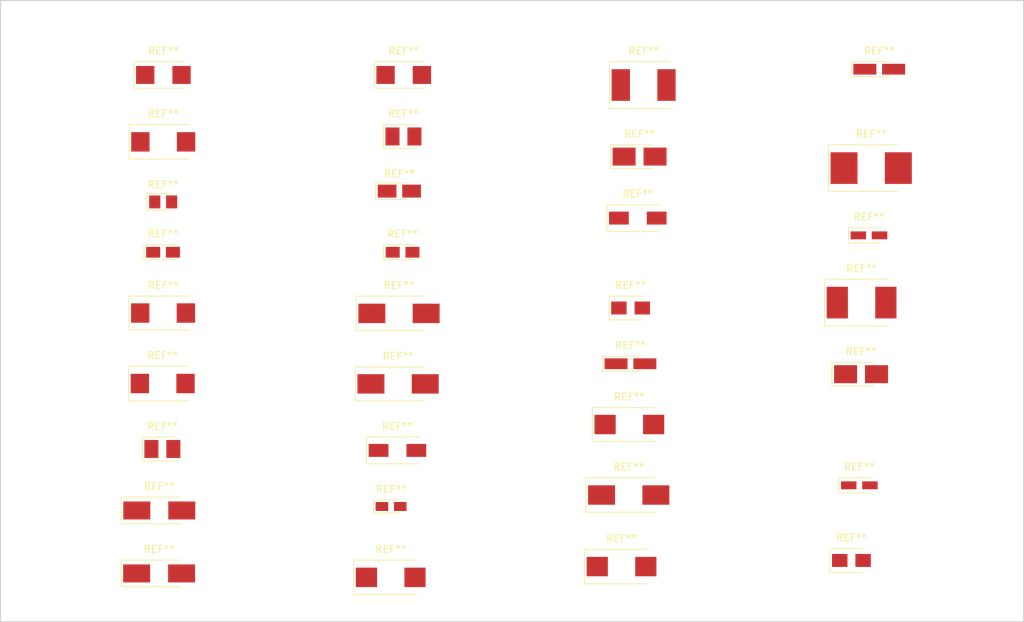
<source format=kicad_pcb>
(kicad_pcb (version 4) (host pcbnew 4.0.5)

  (general
    (links 0)
    (no_connects 0)
    (area 120.828999 35.230999 213.943001 92.023001)
    (thickness 1.6)
    (drawings 4)
    (tracks 0)
    (zones 0)
    (modules 33)
    (nets 1)
  )

  (page A4)
  (layers
    (0 F.Cu signal)
    (31 B.Cu signal)
    (32 B.Adhes user)
    (33 F.Adhes user)
    (34 B.Paste user)
    (35 F.Paste user)
    (36 B.SilkS user)
    (37 F.SilkS user)
    (38 B.Mask user)
    (39 F.Mask user)
    (40 Dwgs.User user)
    (41 Cmts.User user)
    (42 Eco1.User user)
    (43 Eco2.User user)
    (44 Edge.Cuts user)
    (45 Margin user)
    (46 B.CrtYd user)
    (47 F.CrtYd user)
    (48 B.Fab user)
    (49 F.Fab user)
  )

  (setup
    (last_trace_width 0.25)
    (trace_clearance 0.2)
    (zone_clearance 0.508)
    (zone_45_only no)
    (trace_min 0.2)
    (segment_width 0.2)
    (edge_width 0.15)
    (via_size 0.6)
    (via_drill 0.4)
    (via_min_size 0.4)
    (via_min_drill 0.3)
    (uvia_size 0.3)
    (uvia_drill 0.1)
    (uvias_allowed no)
    (uvia_min_size 0.2)
    (uvia_min_drill 0.1)
    (pcb_text_width 0.3)
    (pcb_text_size 1.5 1.5)
    (mod_edge_width 0.15)
    (mod_text_size 1 1)
    (mod_text_width 0.15)
    (pad_size 1.524 1.524)
    (pad_drill 0.762)
    (pad_to_mask_clearance 0.2)
    (aux_axis_origin 0 0)
    (visible_elements 7FFFFFFF)
    (pcbplotparams
      (layerselection 0x00030_80000001)
      (usegerberextensions false)
      (excludeedgelayer true)
      (linewidth 0.100000)
      (plotframeref false)
      (viasonmask false)
      (mode 1)
      (useauxorigin false)
      (hpglpennumber 1)
      (hpglpenspeed 20)
      (hpglpendiameter 15)
      (hpglpenoverlay 2)
      (psnegative false)
      (psa4output false)
      (plotreference true)
      (plotvalue true)
      (plotinvisibletext false)
      (padsonsilk false)
      (subtractmaskfromsilk false)
      (outputformat 1)
      (mirror false)
      (drillshape 1)
      (scaleselection 1)
      (outputdirectory ""))
  )

  (net 0 "")

  (net_class Default "This is the default net class."
    (clearance 0.2)
    (trace_width 0.25)
    (via_dia 0.6)
    (via_drill 0.4)
    (uvia_dia 0.3)
    (uvia_drill 0.1)
  )

  (module CP_Tantalum_Case-A_EIA-3216-18_Hand (layer F.Cu) (tedit 57B6E980) (tstamp 0)
    (at 151.074145 91.135999)
    (descr "Tantalum capacitor, Case A, EIA 3216-18, 3.2x1.6x1.6mm, Hand soldering footprint")
    (tags "capacitor tantalum smd")
    (attr smd)
    (fp_text reference REF** (at 0 -2.55) (layer F.SilkS)
      (effects (font (size 1 1) (thickness 0.15)))
    )
    (fp_text value CP_Tantalum_Case-A_EIA-3216-18_Hand (at 0 2.55) (layer F.Fab)
      (effects (font (size 1 1) (thickness 0.15)))
    )
    (fp_line (start -4 -1.2) (end -4 1.2) (layer F.CrtYd) (width 0.05))
    (fp_line (start -4 1.2) (end 4 1.2) (layer F.CrtYd) (width 0.05))
    (fp_line (start 4 1.2) (end 4 -1.2) (layer F.CrtYd) (width 0.05))
    (fp_line (start 4 -1.2) (end -4 -1.2) (layer F.CrtYd) (width 0.05))
    (fp_line (start -1.6 -0.8) (end -1.6 0.8) (layer F.Fab) (width 0.1))
    (fp_line (start -1.6 0.8) (end 1.6 0.8) (layer F.Fab) (width 0.1))
    (fp_line (start 1.6 0.8) (end 1.6 -0.8) (layer F.Fab) (width 0.1))
    (fp_line (start 1.6 -0.8) (end -1.6 -0.8) (layer F.Fab) (width 0.1))
    (fp_line (start -1.28 -0.8) (end -1.28 0.8) (layer F.Fab) (width 0.1))
    (fp_line (start -1.12 -0.8) (end -1.12 0.8) (layer F.Fab) (width 0.1))
    (fp_line (start -3.9 -1.05) (end 1.6 -1.05) (layer F.SilkS) (width 0.12))
    (fp_line (start -3.9 1.05) (end 1.6 1.05) (layer F.SilkS) (width 0.12))
    (fp_line (start -3.9 -1.05) (end -3.9 1.05) (layer F.SilkS) (width 0.12))
    (pad 1 smd rect (at -2 0) (size 3.2 1.5) (layers F.Cu F.Paste F.Mask))
    (pad 2 smd rect (at 2 0) (size 3.2 1.5) (layers F.Cu F.Paste F.Mask))
    (model Capacitors_Tantalum_SMD.3dshapes/CP_Tantalum_Case-A_EIA-3216-18.step
      (at (xyz 0 0 0))
      (scale (xyz 1 1 1))
      (rotate (xyz 0 0 0))
    )
  )

  (module CP_Tantalum_Case-A_EIA-3216-18_Reflow (layer F.Cu) (tedit 57B6E980) (tstamp 0)
    (at 119.395574 75.635999)
    (descr "Tantalum capacitor, Case A, EIA 3216-18, 3.2x1.6x1.6mm, Reflow soldering footprint")
    (tags "capacitor tantalum smd")
    (attr smd)
    (fp_text reference REF** (at 0 -2.55) (layer F.SilkS)
      (effects (font (size 1 1) (thickness 0.15)))
    )
    (fp_text value CP_Tantalum_Case-A_EIA-3216-18_Reflow (at 0 2.55) (layer F.Fab)
      (effects (font (size 1 1) (thickness 0.15)))
    )
    (fp_line (start -2.75 -1.2) (end -2.75 1.2) (layer F.CrtYd) (width 0.05))
    (fp_line (start -2.75 1.2) (end 2.75 1.2) (layer F.CrtYd) (width 0.05))
    (fp_line (start 2.75 1.2) (end 2.75 -1.2) (layer F.CrtYd) (width 0.05))
    (fp_line (start 2.75 -1.2) (end -2.75 -1.2) (layer F.CrtYd) (width 0.05))
    (fp_line (start -1.6 -0.8) (end -1.6 0.8) (layer F.Fab) (width 0.1))
    (fp_line (start -1.6 0.8) (end 1.6 0.8) (layer F.Fab) (width 0.1))
    (fp_line (start 1.6 0.8) (end 1.6 -0.8) (layer F.Fab) (width 0.1))
    (fp_line (start 1.6 -0.8) (end -1.6 -0.8) (layer F.Fab) (width 0.1))
    (fp_line (start -1.28 -0.8) (end -1.28 0.8) (layer F.Fab) (width 0.1))
    (fp_line (start -1.12 -0.8) (end -1.12 0.8) (layer F.Fab) (width 0.1))
    (fp_line (start -2.65 -1.05) (end 1.6 -1.05) (layer F.SilkS) (width 0.12))
    (fp_line (start -2.65 1.05) (end 1.6 1.05) (layer F.SilkS) (width 0.12))
    (fp_line (start -2.65 -1.05) (end -2.65 1.05) (layer F.SilkS) (width 0.12))
    (pad 1 smd rect (at -1.375 0) (size 1.95 1.5) (layers F.Cu F.Paste F.Mask))
    (pad 2 smd rect (at 1.375 0) (size 1.95 1.5) (layers F.Cu F.Paste F.Mask))
    (model Capacitors_Tantalum_SMD.3dshapes/CP_Tantalum_Case-A_EIA-3216-18.step
      (at (xyz 0 0 0))
      (scale (xyz 1 1 1))
      (rotate (xyz 0 0 0))
    )
  )

  (module CP_Tantalum_Case-A_EIA-3216-18_Wave (layer F.Cu) (tedit 57B6E980) (tstamp 0)
    (at 182.896526 108.035999)
    (descr "Tantalum capacitor, Case A, EIA 3216-18, 3.2x1.6x1.6mm, Wave soldering footprint")
    (tags "capacitor tantalum smd")
    (attr smd)
    (fp_text reference REF** (at 0 -2.55) (layer F.SilkS)
      (effects (font (size 1 1) (thickness 0.15)))
    )
    (fp_text value CP_Tantalum_Case-A_EIA-3216-18_Wave (at 0 2.55) (layer F.Fab)
      (effects (font (size 1 1) (thickness 0.15)))
    )
    (fp_line (start -2.9 -1.2) (end -2.9 1.2) (layer F.CrtYd) (width 0.05))
    (fp_line (start -2.9 1.2) (end 2.9 1.2) (layer F.CrtYd) (width 0.05))
    (fp_line (start 2.9 1.2) (end 2.9 -1.2) (layer F.CrtYd) (width 0.05))
    (fp_line (start 2.9 -1.2) (end -2.9 -1.2) (layer F.CrtYd) (width 0.05))
    (fp_line (start -1.6 -0.8) (end -1.6 0.8) (layer F.Fab) (width 0.1))
    (fp_line (start -1.6 0.8) (end 1.6 0.8) (layer F.Fab) (width 0.1))
    (fp_line (start 1.6 0.8) (end 1.6 -0.8) (layer F.Fab) (width 0.1))
    (fp_line (start 1.6 -0.8) (end -1.6 -0.8) (layer F.Fab) (width 0.1))
    (fp_line (start -1.28 -0.8) (end -1.28 0.8) (layer F.Fab) (width 0.1))
    (fp_line (start -1.12 -0.8) (end -1.12 0.8) (layer F.Fab) (width 0.1))
    (fp_line (start -2.85 -1.05) (end 1.6 -1.05) (layer F.SilkS) (width 0.12))
    (fp_line (start -2.85 1.05) (end 1.6 1.05) (layer F.SilkS) (width 0.12))
    (fp_line (start -2.85 -1.05) (end -2.85 1.05) (layer F.SilkS) (width 0.12))
    (pad 1 smd rect (at -1.475 0) (size 2.15 1.1) (layers F.Cu F.Paste F.Mask))
    (pad 2 smd rect (at 1.475 0) (size 2.15 1.1) (layers F.Cu F.Paste F.Mask))
    (model Capacitors_Tantalum_SMD.3dshapes/CP_Tantalum_Case-A_EIA-3216-18.step
      (at (xyz 0 0 0))
      (scale (xyz 1 1 1))
      (rotate (xyz 0 0 0))
    )
  )

  (module CP_Tantalum_Case-B_EIA-3528-21_Hand (layer F.Cu) (tedit 57B6E980) (tstamp 0)
    (at 152.345573 62.335999)
    (descr "Tantalum capacitor, Case B, EIA 3528-21, 3.5x2.8x1.9mm, Hand soldering footprint")
    (tags "capacitor tantalum smd")
    (attr smd)
    (fp_text reference REF** (at 0 -3.15) (layer F.SilkS)
      (effects (font (size 1 1) (thickness 0.15)))
    )
    (fp_text value CP_Tantalum_Case-B_EIA-3528-21_Hand (at 0 3.15) (layer F.Fab)
      (effects (font (size 1 1) (thickness 0.15)))
    )
    (fp_line (start -4.15 -1.75) (end -4.15 1.75) (layer F.CrtYd) (width 0.05))
    (fp_line (start -4.15 1.75) (end 4.15 1.75) (layer F.CrtYd) (width 0.05))
    (fp_line (start 4.15 1.75) (end 4.15 -1.75) (layer F.CrtYd) (width 0.05))
    (fp_line (start 4.15 -1.75) (end -4.15 -1.75) (layer F.CrtYd) (width 0.05))
    (fp_line (start -1.75 -1.4) (end -1.75 1.4) (layer F.Fab) (width 0.1))
    (fp_line (start -1.75 1.4) (end 1.75 1.4) (layer F.Fab) (width 0.1))
    (fp_line (start 1.75 1.4) (end 1.75 -1.4) (layer F.Fab) (width 0.1))
    (fp_line (start 1.75 -1.4) (end -1.75 -1.4) (layer F.Fab) (width 0.1))
    (fp_line (start -1.4 -1.4) (end -1.4 1.4) (layer F.Fab) (width 0.1))
    (fp_line (start -1.225 -1.4) (end -1.225 1.4) (layer F.Fab) (width 0.1))
    (fp_line (start -4.05 -1.65) (end 1.75 -1.65) (layer F.SilkS) (width 0.12))
    (fp_line (start -4.05 1.65) (end 1.75 1.65) (layer F.SilkS) (width 0.12))
    (fp_line (start -4.05 -1.65) (end -4.05 1.65) (layer F.SilkS) (width 0.12))
    (pad 1 smd rect (at -2.15 0) (size 3.2 2.5) (layers F.Cu F.Paste F.Mask))
    (pad 2 smd rect (at 2.15 0) (size 3.2 2.5) (layers F.Cu F.Paste F.Mask))
    (model Capacitors_Tantalum_SMD.3dshapes/CP_Tantalum_Case-B_EIA-3528-21.step
      (at (xyz 0 0 0))
      (scale (xyz 1 1 1))
      (rotate (xyz 0 0 0))
    )
  )

  (module CP_Tantalum_Case-B_EIA-3528-21_Reflow (layer F.Cu) (tedit 57B6E980) (tstamp 0)
    (at 119.517002 59.535999)
    (descr "Tantalum capacitor, Case B, EIA 3528-21, 3.5x2.8x1.9mm, Reflow soldering footprint")
    (tags "capacitor tantalum smd")
    (attr smd)
    (fp_text reference REF** (at 0 -3.15) (layer F.SilkS)
      (effects (font (size 1 1) (thickness 0.15)))
    )
    (fp_text value CP_Tantalum_Case-B_EIA-3528-21_Reflow (at 0 3.15) (layer F.Fab)
      (effects (font (size 1 1) (thickness 0.15)))
    )
    (fp_line (start -2.85 -1.75) (end -2.85 1.75) (layer F.CrtYd) (width 0.05))
    (fp_line (start -2.85 1.75) (end 2.85 1.75) (layer F.CrtYd) (width 0.05))
    (fp_line (start 2.85 1.75) (end 2.85 -1.75) (layer F.CrtYd) (width 0.05))
    (fp_line (start 2.85 -1.75) (end -2.85 -1.75) (layer F.CrtYd) (width 0.05))
    (fp_line (start -1.75 -1.4) (end -1.75 1.4) (layer F.Fab) (width 0.1))
    (fp_line (start -1.75 1.4) (end 1.75 1.4) (layer F.Fab) (width 0.1))
    (fp_line (start 1.75 1.4) (end 1.75 -1.4) (layer F.Fab) (width 0.1))
    (fp_line (start 1.75 -1.4) (end -1.75 -1.4) (layer F.Fab) (width 0.1))
    (fp_line (start -1.4 -1.4) (end -1.4 1.4) (layer F.Fab) (width 0.1))
    (fp_line (start -1.225 -1.4) (end -1.225 1.4) (layer F.Fab) (width 0.1))
    (fp_line (start -2.8 -1.65) (end 1.75 -1.65) (layer F.SilkS) (width 0.12))
    (fp_line (start -2.8 1.65) (end 1.75 1.65) (layer F.SilkS) (width 0.12))
    (fp_line (start -2.8 -1.65) (end -2.8 1.65) (layer F.SilkS) (width 0.12))
    (pad 1 smd rect (at -1.525 0) (size 1.95 2.5) (layers F.Cu F.Paste F.Mask))
    (pad 2 smd rect (at 1.525 0) (size 1.95 2.5) (layers F.Cu F.Paste F.Mask))
    (model Capacitors_Tantalum_SMD.3dshapes/CP_Tantalum_Case-B_EIA-3528-21.step
      (at (xyz 0 0 0))
      (scale (xyz 1 1 1))
      (rotate (xyz 0 0 0))
    )
  )

  (module CP_Tantalum_Case-B_EIA-3528-21_Wave (layer F.Cu) (tedit 57B6E980) (tstamp 0)
    (at 151.097954 83.385999)
    (descr "Tantalum capacitor, Case B, EIA 3528-21, 3.5x2.8x1.9mm, Wave soldering footprint")
    (tags "capacitor tantalum smd")
    (attr smd)
    (fp_text reference REF** (at 0 -3.15) (layer F.SilkS)
      (effects (font (size 1 1) (thickness 0.15)))
    )
    (fp_text value CP_Tantalum_Case-B_EIA-3528-21_Wave (at 0 3.15) (layer F.Fab)
      (effects (font (size 1 1) (thickness 0.15)))
    )
    (fp_line (start -3.1 -1.75) (end -3.1 1.75) (layer F.CrtYd) (width 0.05))
    (fp_line (start -3.1 1.75) (end 3.1 1.75) (layer F.CrtYd) (width 0.05))
    (fp_line (start 3.1 1.75) (end 3.1 -1.75) (layer F.CrtYd) (width 0.05))
    (fp_line (start 3.1 -1.75) (end -3.1 -1.75) (layer F.CrtYd) (width 0.05))
    (fp_line (start -1.75 -1.4) (end -1.75 1.4) (layer F.Fab) (width 0.1))
    (fp_line (start -1.75 1.4) (end 1.75 1.4) (layer F.Fab) (width 0.1))
    (fp_line (start 1.75 1.4) (end 1.75 -1.4) (layer F.Fab) (width 0.1))
    (fp_line (start 1.75 -1.4) (end -1.75 -1.4) (layer F.Fab) (width 0.1))
    (fp_line (start -1.4 -1.4) (end -1.4 1.4) (layer F.Fab) (width 0.1))
    (fp_line (start -1.225 -1.4) (end -1.225 1.4) (layer F.Fab) (width 0.1))
    (fp_line (start -3 -1.65) (end 1.75 -1.65) (layer F.SilkS) (width 0.12))
    (fp_line (start -3 1.65) (end 1.75 1.65) (layer F.SilkS) (width 0.12))
    (fp_line (start -3 -1.65) (end -3 1.65) (layer F.SilkS) (width 0.12))
    (pad 1 smd rect (at -1.625 0) (size 2.15 1.8) (layers F.Cu F.Paste F.Mask))
    (pad 2 smd rect (at 1.625 0) (size 2.15 1.8) (layers F.Cu F.Paste F.Mask))
    (model Capacitors_Tantalum_SMD.3dshapes/CP_Tantalum_Case-B_EIA-3528-21.step
      (at (xyz 0 0 0))
      (scale (xyz 1 1 1))
      (rotate (xyz 0 0 0))
    )
  )

  (module CP_Tantalum_Case-C_EIA-6032-28_Hand (layer F.Cu) (tedit 57B6E980) (tstamp 0)
    (at 85.545573 120.285999)
    (descr "Tantalum capacitor, Case C, EIA 6032-28, 6.0x3.2x2.5mm, Hand soldering footprint")
    (tags "capacitor tantalum smd")
    (attr smd)
    (fp_text reference REF** (at 0 -3.35) (layer F.SilkS)
      (effects (font (size 1 1) (thickness 0.15)))
    )
    (fp_text value CP_Tantalum_Case-C_EIA-6032-28_Hand (at 0 3.35) (layer F.Fab)
      (effects (font (size 1 1) (thickness 0.15)))
    )
    (fp_line (start -5.4 -2) (end -5.4 2) (layer F.CrtYd) (width 0.05))
    (fp_line (start -5.4 2) (end 5.4 2) (layer F.CrtYd) (width 0.05))
    (fp_line (start 5.4 2) (end 5.4 -2) (layer F.CrtYd) (width 0.05))
    (fp_line (start 5.4 -2) (end -5.4 -2) (layer F.CrtYd) (width 0.05))
    (fp_line (start -3 -1.6) (end -3 1.6) (layer F.Fab) (width 0.1))
    (fp_line (start -3 1.6) (end 3 1.6) (layer F.Fab) (width 0.1))
    (fp_line (start 3 1.6) (end 3 -1.6) (layer F.Fab) (width 0.1))
    (fp_line (start 3 -1.6) (end -3 -1.6) (layer F.Fab) (width 0.1))
    (fp_line (start -2.4 -1.6) (end -2.4 1.6) (layer F.Fab) (width 0.1))
    (fp_line (start -2.1 -1.6) (end -2.1 1.6) (layer F.Fab) (width 0.1))
    (fp_line (start -5.3 -1.85) (end 3 -1.85) (layer F.SilkS) (width 0.12))
    (fp_line (start -5.3 1.85) (end 3 1.85) (layer F.SilkS) (width 0.12))
    (fp_line (start -5.3 -1.85) (end -5.3 1.85) (layer F.SilkS) (width 0.12))
    (pad 1 smd rect (at -3.125 0) (size 3.75 2.5) (layers F.Cu F.Paste F.Mask))
    (pad 2 smd rect (at 3.125 0) (size 3.75 2.5) (layers F.Cu F.Paste F.Mask))
    (model Capacitors_Tantalum_SMD.3dshapes/CP_Tantalum_Case-C_EIA-6032-28.step
      (at (xyz 0 0 0))
      (scale (xyz 1 1 1))
      (rotate (xyz 0 0 0))
    )
  )

  (module CP_Tantalum_Case-C_EIA-6032-28_Reflow (layer F.Cu) (tedit 57B6E980) (tstamp 0)
    (at 119.557002 50.985999)
    (descr "Tantalum capacitor, Case C, EIA 6032-28, 6.0x3.2x2.5mm, Reflow soldering footprint")
    (tags "capacitor tantalum smd")
    (attr smd)
    (fp_text reference REF** (at 0 -3.35) (layer F.SilkS)
      (effects (font (size 1 1) (thickness 0.15)))
    )
    (fp_text value CP_Tantalum_Case-C_EIA-6032-28_Reflow (at 0 3.35) (layer F.Fab)
      (effects (font (size 1 1) (thickness 0.15)))
    )
    (fp_line (start -4.2 -2) (end -4.2 2) (layer F.CrtYd) (width 0.05))
    (fp_line (start -4.2 2) (end 4.2 2) (layer F.CrtYd) (width 0.05))
    (fp_line (start 4.2 2) (end 4.2 -2) (layer F.CrtYd) (width 0.05))
    (fp_line (start 4.2 -2) (end -4.2 -2) (layer F.CrtYd) (width 0.05))
    (fp_line (start -3 -1.6) (end -3 1.6) (layer F.Fab) (width 0.1))
    (fp_line (start -3 1.6) (end 3 1.6) (layer F.Fab) (width 0.1))
    (fp_line (start 3 1.6) (end 3 -1.6) (layer F.Fab) (width 0.1))
    (fp_line (start 3 -1.6) (end -3 -1.6) (layer F.Fab) (width 0.1))
    (fp_line (start -2.4 -1.6) (end -2.4 1.6) (layer F.Fab) (width 0.1))
    (fp_line (start -2.1 -1.6) (end -2.1 1.6) (layer F.Fab) (width 0.1))
    (fp_line (start -4.1 -1.85) (end 3 -1.85) (layer F.SilkS) (width 0.12))
    (fp_line (start -4.1 1.85) (end 3 1.85) (layer F.SilkS) (width 0.12))
    (fp_line (start -4.1 -1.85) (end -4.1 1.85) (layer F.SilkS) (width 0.12))
    (pad 1 smd rect (at -2.525 0) (size 2.55 2.5) (layers F.Cu F.Paste F.Mask))
    (pad 2 smd rect (at 2.525 0) (size 2.55 2.5) (layers F.Cu F.Paste F.Mask))
    (model Capacitors_Tantalum_SMD.3dshapes/CP_Tantalum_Case-C_EIA-6032-28.step
      (at (xyz 0 0 0))
      (scale (xyz 1 1 1))
      (rotate (xyz 0 0 0))
    )
  )

  (module CP_Tantalum_Case-C_EIA-6032-28_Wave (layer F.Cu) (tedit 57B6E980) (tstamp 0)
    (at 152.097954 70.885999)
    (descr "Tantalum capacitor, Case C, EIA 6032-28, 6.0x3.2x2.5mm, Wave soldering footprint")
    (tags "capacitor tantalum smd")
    (attr smd)
    (fp_text reference REF** (at 0 -3.35) (layer F.SilkS)
      (effects (font (size 1 1) (thickness 0.15)))
    )
    (fp_text value CP_Tantalum_Case-C_EIA-6032-28_Wave (at 0 3.35) (layer F.Fab)
      (effects (font (size 1 1) (thickness 0.15)))
    )
    (fp_line (start -4.4 -2) (end -4.4 2) (layer F.CrtYd) (width 0.05))
    (fp_line (start -4.4 2) (end 4.4 2) (layer F.CrtYd) (width 0.05))
    (fp_line (start 4.4 2) (end 4.4 -2) (layer F.CrtYd) (width 0.05))
    (fp_line (start 4.4 -2) (end -4.4 -2) (layer F.CrtYd) (width 0.05))
    (fp_line (start -3 -1.6) (end -3 1.6) (layer F.Fab) (width 0.1))
    (fp_line (start -3 1.6) (end 3 1.6) (layer F.Fab) (width 0.1))
    (fp_line (start 3 1.6) (end 3 -1.6) (layer F.Fab) (width 0.1))
    (fp_line (start 3 -1.6) (end -3 -1.6) (layer F.Fab) (width 0.1))
    (fp_line (start -2.4 -1.6) (end -2.4 1.6) (layer F.Fab) (width 0.1))
    (fp_line (start -2.1 -1.6) (end -2.1 1.6) (layer F.Fab) (width 0.1))
    (fp_line (start -4.3 -1.85) (end 3 -1.85) (layer F.SilkS) (width 0.12))
    (fp_line (start -4.3 1.85) (end 3 1.85) (layer F.SilkS) (width 0.12))
    (fp_line (start -4.3 -1.85) (end -4.3 1.85) (layer F.SilkS) (width 0.12))
    (pad 1 smd rect (at -2.625 0) (size 2.75 1.8) (layers F.Cu F.Paste F.Mask))
    (pad 2 smd rect (at 2.625 0) (size 2.75 1.8) (layers F.Cu F.Paste F.Mask))
    (model Capacitors_Tantalum_SMD.3dshapes/CP_Tantalum_Case-C_EIA-6032-28.step
      (at (xyz 0 0 0))
      (scale (xyz 1 1 1))
      (rotate (xyz 0 0 0))
    )
  )

  (module CP_Tantalum_Case-D_EIA-7343-31_Hand (layer F.Cu) (tedit 57B6E980) (tstamp 0)
    (at 118.895573 84.135999)
    (descr "Tantalum capacitor, Case D, EIA 7343-31, 7.3x4.3x2.8mm, Hand soldering footprint")
    (tags "capacitor tantalum smd")
    (attr smd)
    (fp_text reference REF** (at 0 -3.9) (layer F.SilkS)
      (effects (font (size 1 1) (thickness 0.15)))
    )
    (fp_text value CP_Tantalum_Case-D_EIA-7343-31_Hand (at 0 3.9) (layer F.Fab)
      (effects (font (size 1 1) (thickness 0.15)))
    )
    (fp_line (start -6.05 -2.5) (end -6.05 2.5) (layer F.CrtYd) (width 0.05))
    (fp_line (start -6.05 2.5) (end 6.05 2.5) (layer F.CrtYd) (width 0.05))
    (fp_line (start 6.05 2.5) (end 6.05 -2.5) (layer F.CrtYd) (width 0.05))
    (fp_line (start 6.05 -2.5) (end -6.05 -2.5) (layer F.CrtYd) (width 0.05))
    (fp_line (start -3.65 -2.15) (end -3.65 2.15) (layer F.Fab) (width 0.1))
    (fp_line (start -3.65 2.15) (end 3.65 2.15) (layer F.Fab) (width 0.1))
    (fp_line (start 3.65 2.15) (end 3.65 -2.15) (layer F.Fab) (width 0.1))
    (fp_line (start 3.65 -2.15) (end -3.65 -2.15) (layer F.Fab) (width 0.1))
    (fp_line (start -2.92 -2.15) (end -2.92 2.15) (layer F.Fab) (width 0.1))
    (fp_line (start -2.555 -2.15) (end -2.555 2.15) (layer F.Fab) (width 0.1))
    (fp_line (start -5.95 -2.4) (end 3.65 -2.4) (layer F.SilkS) (width 0.12))
    (fp_line (start -5.95 2.4) (end 3.65 2.4) (layer F.SilkS) (width 0.12))
    (fp_line (start -5.95 -2.4) (end -5.95 2.4) (layer F.SilkS) (width 0.12))
    (pad 1 smd rect (at -3.775 0) (size 3.75 2.7) (layers F.Cu F.Paste F.Mask))
    (pad 2 smd rect (at 3.775 0) (size 3.75 2.7) (layers F.Cu F.Paste F.Mask))
    (model Capacitors_Tantalum_SMD.3dshapes/CP_Tantalum_Case-D_EIA-7343-31.step
      (at (xyz 0 0 0))
      (scale (xyz 1 1 1))
      (rotate (xyz 0 0 0))
    )
  )

  (module CP_Tantalum_Case-D_EIA-7343-31_Reflow (layer F.Cu) (tedit 57B6E980) (tstamp 0)
    (at 86.117002 60.285999)
    (descr "Tantalum capacitor, Case D, EIA 7343-31, 7.3x4.3x2.8mm, Reflow soldering footprint")
    (tags "capacitor tantalum smd")
    (attr smd)
    (fp_text reference REF** (at 0 -3.9) (layer F.SilkS)
      (effects (font (size 1 1) (thickness 0.15)))
    )
    (fp_text value CP_Tantalum_Case-D_EIA-7343-31_Reflow (at 0 3.9) (layer F.Fab)
      (effects (font (size 1 1) (thickness 0.15)))
    )
    (fp_line (start -4.85 -2.5) (end -4.85 2.5) (layer F.CrtYd) (width 0.05))
    (fp_line (start -4.85 2.5) (end 4.85 2.5) (layer F.CrtYd) (width 0.05))
    (fp_line (start 4.85 2.5) (end 4.85 -2.5) (layer F.CrtYd) (width 0.05))
    (fp_line (start 4.85 -2.5) (end -4.85 -2.5) (layer F.CrtYd) (width 0.05))
    (fp_line (start -3.65 -2.15) (end -3.65 2.15) (layer F.Fab) (width 0.1))
    (fp_line (start -3.65 2.15) (end 3.65 2.15) (layer F.Fab) (width 0.1))
    (fp_line (start 3.65 2.15) (end 3.65 -2.15) (layer F.Fab) (width 0.1))
    (fp_line (start 3.65 -2.15) (end -3.65 -2.15) (layer F.Fab) (width 0.1))
    (fp_line (start -2.92 -2.15) (end -2.92 2.15) (layer F.Fab) (width 0.1))
    (fp_line (start -2.555 -2.15) (end -2.555 2.15) (layer F.Fab) (width 0.1))
    (fp_line (start -4.75 -2.4) (end 3.65 -2.4) (layer F.SilkS) (width 0.12))
    (fp_line (start -4.75 2.4) (end 3.65 2.4) (layer F.SilkS) (width 0.12))
    (fp_line (start -4.75 -2.4) (end -4.75 2.4) (layer F.SilkS) (width 0.12))
    (pad 1 smd rect (at -3.175 0) (size 2.55 2.7) (layers F.Cu F.Paste F.Mask))
    (pad 2 smd rect (at 3.175 0) (size 2.55 2.7) (layers F.Cu F.Paste F.Mask))
    (model Capacitors_Tantalum_SMD.3dshapes/CP_Tantalum_Case-D_EIA-7343-31.step
      (at (xyz 0 0 0))
      (scale (xyz 1 1 1))
      (rotate (xyz 0 0 0))
    )
  )

  (module CP_Tantalum_Case-D_EIA-7343-31_Wave (layer F.Cu) (tedit 57B6E980) (tstamp 0)
    (at 117.747954 120.835999)
    (descr "Tantalum capacitor, Case D, EIA 7343-31, 7.3x4.3x2.8mm, Wave soldering footprint")
    (tags "capacitor tantalum smd")
    (attr smd)
    (fp_text reference REF** (at 0 -3.9) (layer F.SilkS)
      (effects (font (size 1 1) (thickness 0.15)))
    )
    (fp_text value CP_Tantalum_Case-D_EIA-7343-31_Wave (at 0 3.9) (layer F.Fab)
      (effects (font (size 1 1) (thickness 0.15)))
    )
    (fp_line (start -5.25 -2.5) (end -5.25 2.5) (layer F.CrtYd) (width 0.05))
    (fp_line (start -5.25 2.5) (end 5.25 2.5) (layer F.CrtYd) (width 0.05))
    (fp_line (start 5.25 2.5) (end 5.25 -2.5) (layer F.CrtYd) (width 0.05))
    (fp_line (start 5.25 -2.5) (end -5.25 -2.5) (layer F.CrtYd) (width 0.05))
    (fp_line (start -3.65 -2.15) (end -3.65 2.15) (layer F.Fab) (width 0.1))
    (fp_line (start -3.65 2.15) (end 3.65 2.15) (layer F.Fab) (width 0.1))
    (fp_line (start 3.65 2.15) (end 3.65 -2.15) (layer F.Fab) (width 0.1))
    (fp_line (start 3.65 -2.15) (end -3.65 -2.15) (layer F.Fab) (width 0.1))
    (fp_line (start -2.92 -2.15) (end -2.92 2.15) (layer F.Fab) (width 0.1))
    (fp_line (start -2.555 -2.15) (end -2.555 2.15) (layer F.Fab) (width 0.1))
    (fp_line (start -5.15 -2.4) (end 3.65 -2.4) (layer F.SilkS) (width 0.12))
    (fp_line (start -5.15 2.4) (end 3.65 2.4) (layer F.SilkS) (width 0.12))
    (fp_line (start -5.15 -2.4) (end -5.15 2.4) (layer F.SilkS) (width 0.12))
    (pad 1 smd rect (at -3.375 0) (size 2.95 2.7) (layers F.Cu F.Paste F.Mask))
    (pad 2 smd rect (at 3.375 0) (size 2.95 2.7) (layers F.Cu F.Paste F.Mask))
    (model Capacitors_Tantalum_SMD.3dshapes/CP_Tantalum_Case-D_EIA-7343-31.step
      (at (xyz 0 0 0))
      (scale (xyz 1 1 1))
      (rotate (xyz 0 0 0))
    )
  )

  (module CP_Tantalum_Case-E_EIA-7260-38_Hand (layer F.Cu) (tedit 57B6E980) (tstamp 0)
    (at 184.547954 63.935999)
    (descr "Tantalum capacitor, Case E, EIA 7260-38, 7.3x6.0x3.6mm, Hand soldering footprint")
    (tags "capacitor tantalum smd")
    (attr smd)
    (fp_text reference REF** (at 0 -4.75) (layer F.SilkS)
      (effects (font (size 1 1) (thickness 0.15)))
    )
    (fp_text value CP_Tantalum_Case-E_EIA-7260-38_Hand (at 0 4.75) (layer F.Fab)
      (effects (font (size 1 1) (thickness 0.15)))
    )
    (fp_line (start -6.05 -3.4) (end -6.05 3.4) (layer F.CrtYd) (width 0.05))
    (fp_line (start -6.05 3.4) (end 6.05 3.4) (layer F.CrtYd) (width 0.05))
    (fp_line (start 6.05 3.4) (end 6.05 -3.4) (layer F.CrtYd) (width 0.05))
    (fp_line (start 6.05 -3.4) (end -6.05 -3.4) (layer F.CrtYd) (width 0.05))
    (fp_line (start -3.65 -3) (end -3.65 3) (layer F.Fab) (width 0.1))
    (fp_line (start -3.65 3) (end 3.65 3) (layer F.Fab) (width 0.1))
    (fp_line (start 3.65 3) (end 3.65 -3) (layer F.Fab) (width 0.1))
    (fp_line (start 3.65 -3) (end -3.65 -3) (layer F.Fab) (width 0.1))
    (fp_line (start -2.92 -3) (end -2.92 3) (layer F.Fab) (width 0.1))
    (fp_line (start -2.555 -3) (end -2.555 3) (layer F.Fab) (width 0.1))
    (fp_line (start -5.95 -3.25) (end 3.65 -3.25) (layer F.SilkS) (width 0.12))
    (fp_line (start -5.95 3.25) (end 3.65 3.25) (layer F.SilkS) (width 0.12))
    (fp_line (start -5.95 -3.25) (end -5.95 3.25) (layer F.SilkS) (width 0.12))
    (pad 1 smd rect (at -3.775 0) (size 3.75 4.4) (layers F.Cu F.Paste F.Mask))
    (pad 2 smd rect (at 3.775 0) (size 3.75 4.4) (layers F.Cu F.Paste F.Mask))
    (model Capacitors_Tantalum_SMD.3dshapes/CP_Tantalum_Case-E_EIA-7260-38.step
      (at (xyz 0 0 0))
      (scale (xyz 1 1 1))
      (rotate (xyz 0 0 0))
    )
  )

  (module CP_Tantalum_Case-E_EIA-7260-38_Reflow (layer F.Cu) (tedit 57B6E980) (tstamp 0)
    (at 152.909383 52.385999)
    (descr "Tantalum capacitor, Case E, EIA 7260-38, 7.3x6.0x3.6mm, Reflow soldering footprint")
    (tags "capacitor tantalum smd")
    (attr smd)
    (fp_text reference REF** (at 0 -4.75) (layer F.SilkS)
      (effects (font (size 1 1) (thickness 0.15)))
    )
    (fp_text value CP_Tantalum_Case-E_EIA-7260-38_Reflow (at 0 4.75) (layer F.Fab)
      (effects (font (size 1 1) (thickness 0.15)))
    )
    (fp_line (start -4.85 -3.4) (end -4.85 3.4) (layer F.CrtYd) (width 0.05))
    (fp_line (start -4.85 3.4) (end 4.85 3.4) (layer F.CrtYd) (width 0.05))
    (fp_line (start 4.85 3.4) (end 4.85 -3.4) (layer F.CrtYd) (width 0.05))
    (fp_line (start 4.85 -3.4) (end -4.85 -3.4) (layer F.CrtYd) (width 0.05))
    (fp_line (start -3.65 -3) (end -3.65 3) (layer F.Fab) (width 0.1))
    (fp_line (start -3.65 3) (end 3.65 3) (layer F.Fab) (width 0.1))
    (fp_line (start 3.65 3) (end 3.65 -3) (layer F.Fab) (width 0.1))
    (fp_line (start 3.65 -3) (end -3.65 -3) (layer F.Fab) (width 0.1))
    (fp_line (start -2.92 -3) (end -2.92 3) (layer F.Fab) (width 0.1))
    (fp_line (start -2.555 -3) (end -2.555 3) (layer F.Fab) (width 0.1))
    (fp_line (start -4.75 -3.25) (end 3.65 -3.25) (layer F.SilkS) (width 0.12))
    (fp_line (start -4.75 3.25) (end 3.65 3.25) (layer F.SilkS) (width 0.12))
    (fp_line (start -4.75 -3.25) (end -4.75 3.25) (layer F.SilkS) (width 0.12))
    (pad 1 smd rect (at -3.175 0) (size 2.55 4.4) (layers F.Cu F.Paste F.Mask))
    (pad 2 smd rect (at 3.175 0) (size 2.55 4.4) (layers F.Cu F.Paste F.Mask))
    (model Capacitors_Tantalum_SMD.3dshapes/CP_Tantalum_Case-E_EIA-7260-38.step
      (at (xyz 0 0 0))
      (scale (xyz 1 1 1))
      (rotate (xyz 0 0 0))
    )
  )

  (module CP_Tantalum_Case-E_EIA-7260-38_Wave (layer F.Cu) (tedit 57B6E980) (tstamp 0)
    (at 183.210335 82.635999)
    (descr "Tantalum capacitor, Case E, EIA 7260-38, 7.3x6.0x3.6mm, Wave soldering footprint")
    (tags "capacitor tantalum smd")
    (attr smd)
    (fp_text reference REF** (at 0 -4.75) (layer F.SilkS)
      (effects (font (size 1 1) (thickness 0.15)))
    )
    (fp_text value CP_Tantalum_Case-E_EIA-7260-38_Wave (at 0 4.75) (layer F.Fab)
      (effects (font (size 1 1) (thickness 0.15)))
    )
    (fp_line (start -5.25 -3.4) (end -5.25 3.4) (layer F.CrtYd) (width 0.05))
    (fp_line (start -5.25 3.4) (end 5.25 3.4) (layer F.CrtYd) (width 0.05))
    (fp_line (start 5.25 3.4) (end 5.25 -3.4) (layer F.CrtYd) (width 0.05))
    (fp_line (start 5.25 -3.4) (end -5.25 -3.4) (layer F.CrtYd) (width 0.05))
    (fp_line (start -3.65 -3) (end -3.65 3) (layer F.Fab) (width 0.1))
    (fp_line (start -3.65 3) (end 3.65 3) (layer F.Fab) (width 0.1))
    (fp_line (start 3.65 3) (end 3.65 -3) (layer F.Fab) (width 0.1))
    (fp_line (start 3.65 -3) (end -3.65 -3) (layer F.Fab) (width 0.1))
    (fp_line (start -2.92 -3) (end -2.92 3) (layer F.Fab) (width 0.1))
    (fp_line (start -2.555 -3) (end -2.555 3) (layer F.Fab) (width 0.1))
    (fp_line (start -5.15 -3.25) (end 3.65 -3.25) (layer F.SilkS) (width 0.12))
    (fp_line (start -5.15 3.25) (end 3.65 3.25) (layer F.SilkS) (width 0.12))
    (fp_line (start -5.15 -3.25) (end -5.15 3.25) (layer F.SilkS) (width 0.12))
    (pad 1 smd rect (at -3.375 0) (size 2.95 4.4) (layers F.Cu F.Paste F.Mask))
    (pad 2 smd rect (at 3.375 0) (size 2.95 4.4) (layers F.Cu F.Paste F.Mask))
    (model Capacitors_Tantalum_SMD.3dshapes/CP_Tantalum_Case-E_EIA-7260-38.step
      (at (xyz 0 0 0))
      (scale (xyz 1 1 1))
      (rotate (xyz 0 0 0))
    )
  )

  (module CP_Tantalum_Case-R_EIA-2012-12_Hand (layer F.Cu) (tedit 57B6E980) (tstamp 0)
    (at 118.945573 67.135999)
    (descr "Tantalum capacitor, Case R, EIA 2012-12, 2.0x1.3x1.2mm, Hand soldering footprint")
    (tags "capacitor tantalum smd")
    (attr smd)
    (fp_text reference REF** (at 0 -2.4) (layer F.SilkS)
      (effects (font (size 1 1) (thickness 0.15)))
    )
    (fp_text value CP_Tantalum_Case-R_EIA-2012-12_Hand (at 0 2.4) (layer F.Fab)
      (effects (font (size 1 1) (thickness 0.15)))
    )
    (fp_line (start -3.4 -1.3) (end -3.4 1.3) (layer F.CrtYd) (width 0.05))
    (fp_line (start -3.4 1.3) (end 3.4 1.3) (layer F.CrtYd) (width 0.05))
    (fp_line (start 3.4 1.3) (end 3.4 -1.3) (layer F.CrtYd) (width 0.05))
    (fp_line (start 3.4 -1.3) (end -3.4 -1.3) (layer F.CrtYd) (width 0.05))
    (fp_line (start -1 -0.65) (end -1 0.65) (layer F.Fab) (width 0.1))
    (fp_line (start -1 0.65) (end 1 0.65) (layer F.Fab) (width 0.1))
    (fp_line (start 1 0.65) (end 1 -0.65) (layer F.Fab) (width 0.1))
    (fp_line (start 1 -0.65) (end -1 -0.65) (layer F.Fab) (width 0.1))
    (fp_line (start -0.8 -0.65) (end -0.8 0.65) (layer F.Fab) (width 0.1))
    (fp_line (start -0.7 -0.65) (end -0.7 0.65) (layer F.Fab) (width 0.1))
    (fp_line (start -3.3 -1.15) (end 1 -1.15) (layer F.SilkS) (width 0.12))
    (fp_line (start -3.3 1.15) (end 1 1.15) (layer F.SilkS) (width 0.12))
    (fp_line (start -3.3 -1.15) (end -3.3 1.15) (layer F.SilkS) (width 0.12))
    (pad 1 smd rect (at -1.7 0) (size 2.6 1.8) (layers F.Cu F.Paste F.Mask))
    (pad 2 smd rect (at 1.7 0) (size 2.6 1.8) (layers F.Cu F.Paste F.Mask))
    (model Capacitors_Tantalum_SMD.3dshapes/CP_Tantalum_Case-R_EIA-2012-12.step
      (at (xyz 0 0 0))
      (scale (xyz 1 1 1))
      (rotate (xyz 0 0 0))
    )
  )

  (module CP_Tantalum_Case-R_EIA-2012-12_Reflow (layer F.Cu) (tedit 57B6E980) (tstamp 0)
    (at 86.117002 68.635999)
    (descr "Tantalum capacitor, Case R, EIA 2012-12, 2.0x1.3x1.2mm, Reflow soldering footprint")
    (tags "capacitor tantalum smd")
    (attr smd)
    (fp_text reference REF** (at 0 -2.4) (layer F.SilkS)
      (effects (font (size 1 1) (thickness 0.15)))
    )
    (fp_text value CP_Tantalum_Case-R_EIA-2012-12_Reflow (at 0 2.4) (layer F.Fab)
      (effects (font (size 1 1) (thickness 0.15)))
    )
    (fp_line (start -2.35 -1.3) (end -2.35 1.3) (layer F.CrtYd) (width 0.05))
    (fp_line (start -2.35 1.3) (end 2.35 1.3) (layer F.CrtYd) (width 0.05))
    (fp_line (start 2.35 1.3) (end 2.35 -1.3) (layer F.CrtYd) (width 0.05))
    (fp_line (start 2.35 -1.3) (end -2.35 -1.3) (layer F.CrtYd) (width 0.05))
    (fp_line (start -1 -0.65) (end -1 0.65) (layer F.Fab) (width 0.1))
    (fp_line (start -1 0.65) (end 1 0.65) (layer F.Fab) (width 0.1))
    (fp_line (start 1 0.65) (end 1 -0.65) (layer F.Fab) (width 0.1))
    (fp_line (start 1 -0.65) (end -1 -0.65) (layer F.Fab) (width 0.1))
    (fp_line (start -0.8 -0.65) (end -0.8 0.65) (layer F.Fab) (width 0.1))
    (fp_line (start -0.7 -0.65) (end -0.7 0.65) (layer F.Fab) (width 0.1))
    (fp_line (start -2.25 -1.15) (end 1 -1.15) (layer F.SilkS) (width 0.12))
    (fp_line (start -2.25 1.15) (end 1 1.15) (layer F.SilkS) (width 0.12))
    (fp_line (start -2.25 -1.15) (end -2.25 1.15) (layer F.SilkS) (width 0.12))
    (pad 1 smd rect (at -1.175 0) (size 1.55 1.8) (layers F.Cu F.Paste F.Mask))
    (pad 2 smd rect (at 1.175 0) (size 1.55 1.8) (layers F.Cu F.Paste F.Mask))
    (model Capacitors_Tantalum_SMD.3dshapes/CP_Tantalum_Case-R_EIA-2012-12.step
      (at (xyz 0 0 0))
      (scale (xyz 1 1 1))
      (rotate (xyz 0 0 0))
    )
  )

  (module CP_Tantalum_Case-R_EIA-2012-12_Wave (layer F.Cu) (tedit 57B6E980) (tstamp 0)
    (at 117.797954 110.985999)
    (descr "Tantalum capacitor, Case R, EIA 2012-12, 2.0x1.3x1.2mm, Wave soldering footprint")
    (tags "capacitor tantalum smd")
    (attr smd)
    (fp_text reference REF** (at 0 -2.4) (layer F.SilkS)
      (effects (font (size 1 1) (thickness 0.15)))
    )
    (fp_text value CP_Tantalum_Case-R_EIA-2012-12_Wave (at 0 2.4) (layer F.Fab)
      (effects (font (size 1 1) (thickness 0.15)))
    )
    (fp_line (start -2.5 -1.05) (end -2.5 1.05) (layer F.CrtYd) (width 0.05))
    (fp_line (start -2.5 1.05) (end 2.5 1.05) (layer F.CrtYd) (width 0.05))
    (fp_line (start 2.5 1.05) (end 2.5 -1.05) (layer F.CrtYd) (width 0.05))
    (fp_line (start 2.5 -1.05) (end -2.5 -1.05) (layer F.CrtYd) (width 0.05))
    (fp_line (start -1 -0.65) (end -1 0.65) (layer F.Fab) (width 0.1))
    (fp_line (start -1 0.65) (end 1 0.65) (layer F.Fab) (width 0.1))
    (fp_line (start 1 0.65) (end 1 -0.65) (layer F.Fab) (width 0.1))
    (fp_line (start 1 -0.65) (end -1 -0.65) (layer F.Fab) (width 0.1))
    (fp_line (start -0.8 -0.65) (end -0.8 0.65) (layer F.Fab) (width 0.1))
    (fp_line (start -0.7 -0.65) (end -0.7 0.65) (layer F.Fab) (width 0.1))
    (fp_line (start -2.45 -0.9) (end 1 -0.9) (layer F.SilkS) (width 0.12))
    (fp_line (start -2.45 0.9) (end 1 0.9) (layer F.SilkS) (width 0.12))
    (fp_line (start -2.45 -0.9) (end -2.45 0.9) (layer F.SilkS) (width 0.12))
    (pad 1 smd rect (at -1.275 0) (size 1.75 1.26) (layers F.Cu F.Paste F.Mask))
    (pad 2 smd rect (at 1.275 0) (size 1.75 1.26) (layers F.Cu F.Paste F.Mask))
    (model Capacitors_Tantalum_SMD.3dshapes/CP_Tantalum_Case-R_EIA-2012-12.step
      (at (xyz 0 0 0))
      (scale (xyz 1 1 1))
      (rotate (xyz 0 0 0))
    )
  )

  (module CP_Tantalum_Case-S_EIA-3216-12_Hand (layer F.Cu) (tedit 57B6E980) (tstamp 0)
    (at 185.661764 50.185999)
    (descr "Tantalum capacitor, Case S, EIA 3216-12, 3.2x1.6x1.2mm, Hand soldering footprint")
    (tags "capacitor tantalum smd")
    (attr smd)
    (fp_text reference REF** (at 0 -2.55) (layer F.SilkS)
      (effects (font (size 1 1) (thickness 0.15)))
    )
    (fp_text value CP_Tantalum_Case-S_EIA-3216-12_Hand (at 0 2.55) (layer F.Fab)
      (effects (font (size 1 1) (thickness 0.15)))
    )
    (fp_line (start -4 -1.2) (end -4 1.2) (layer F.CrtYd) (width 0.05))
    (fp_line (start -4 1.2) (end 4 1.2) (layer F.CrtYd) (width 0.05))
    (fp_line (start 4 1.2) (end 4 -1.2) (layer F.CrtYd) (width 0.05))
    (fp_line (start 4 -1.2) (end -4 -1.2) (layer F.CrtYd) (width 0.05))
    (fp_line (start -1.6 -0.8) (end -1.6 0.8) (layer F.Fab) (width 0.1))
    (fp_line (start -1.6 0.8) (end 1.6 0.8) (layer F.Fab) (width 0.1))
    (fp_line (start 1.6 0.8) (end 1.6 -0.8) (layer F.Fab) (width 0.1))
    (fp_line (start 1.6 -0.8) (end -1.6 -0.8) (layer F.Fab) (width 0.1))
    (fp_line (start -1.28 -0.8) (end -1.28 0.8) (layer F.Fab) (width 0.1))
    (fp_line (start -1.12 -0.8) (end -1.12 0.8) (layer F.Fab) (width 0.1))
    (fp_line (start -3.9 -1.05) (end 1.6 -1.05) (layer F.SilkS) (width 0.12))
    (fp_line (start -3.9 1.05) (end 1.6 1.05) (layer F.SilkS) (width 0.12))
    (fp_line (start -3.9 -1.05) (end -3.9 1.05) (layer F.SilkS) (width 0.12))
    (pad 1 smd rect (at -2 0) (size 3.2 1.5) (layers F.Cu F.Paste F.Mask))
    (pad 2 smd rect (at 2 0) (size 3.2 1.5) (layers F.Cu F.Paste F.Mask))
    (model Capacitors_Tantalum_SMD.3dshapes/CP_Tantalum_Case-S_EIA-3216-12.step
      (at (xyz 0 0 0))
      (scale (xyz 1 1 1))
      (rotate (xyz 0 0 0))
    )
  )

  (module CP_Tantalum_Case-S_EIA-3216-12_Reflow (layer F.Cu) (tedit 57B6E980) (tstamp 0)
    (at 86.093193 75.635999)
    (descr "Tantalum capacitor, Case S, EIA 3216-12, 3.2x1.6x1.2mm, Reflow soldering footprint")
    (tags "capacitor tantalum smd")
    (attr smd)
    (fp_text reference REF** (at 0 -2.55) (layer F.SilkS)
      (effects (font (size 1 1) (thickness 0.15)))
    )
    (fp_text value CP_Tantalum_Case-S_EIA-3216-12_Reflow (at 0 2.55) (layer F.Fab)
      (effects (font (size 1 1) (thickness 0.15)))
    )
    (fp_line (start -2.75 -1.2) (end -2.75 1.2) (layer F.CrtYd) (width 0.05))
    (fp_line (start -2.75 1.2) (end 2.75 1.2) (layer F.CrtYd) (width 0.05))
    (fp_line (start 2.75 1.2) (end 2.75 -1.2) (layer F.CrtYd) (width 0.05))
    (fp_line (start 2.75 -1.2) (end -2.75 -1.2) (layer F.CrtYd) (width 0.05))
    (fp_line (start -1.6 -0.8) (end -1.6 0.8) (layer F.Fab) (width 0.1))
    (fp_line (start -1.6 0.8) (end 1.6 0.8) (layer F.Fab) (width 0.1))
    (fp_line (start 1.6 0.8) (end 1.6 -0.8) (layer F.Fab) (width 0.1))
    (fp_line (start 1.6 -0.8) (end -1.6 -0.8) (layer F.Fab) (width 0.1))
    (fp_line (start -1.28 -0.8) (end -1.28 0.8) (layer F.Fab) (width 0.1))
    (fp_line (start -1.12 -0.8) (end -1.12 0.8) (layer F.Fab) (width 0.1))
    (fp_line (start -2.65 -1.05) (end 1.6 -1.05) (layer F.SilkS) (width 0.12))
    (fp_line (start -2.65 1.05) (end 1.6 1.05) (layer F.SilkS) (width 0.12))
    (fp_line (start -2.65 -1.05) (end -2.65 1.05) (layer F.SilkS) (width 0.12))
    (pad 1 smd rect (at -1.375 0) (size 1.95 1.5) (layers F.Cu F.Paste F.Mask))
    (pad 2 smd rect (at 1.375 0) (size 1.95 1.5) (layers F.Cu F.Paste F.Mask))
    (model Capacitors_Tantalum_SMD.3dshapes/CP_Tantalum_Case-S_EIA-3216-12.step
      (at (xyz 0 0 0))
      (scale (xyz 1 1 1))
      (rotate (xyz 0 0 0))
    )
  )

  (module CP_Tantalum_Case-S_EIA-3216-12_Wave (layer F.Cu) (tedit 57B6E980) (tstamp 0)
    (at 184.234145 73.285999)
    (descr "Tantalum capacitor, Case S, EIA 3216-12, 3.2x1.6x1.2mm, Wave soldering footprint")
    (tags "capacitor tantalum smd")
    (attr smd)
    (fp_text reference REF** (at 0 -2.55) (layer F.SilkS)
      (effects (font (size 1 1) (thickness 0.15)))
    )
    (fp_text value CP_Tantalum_Case-S_EIA-3216-12_Wave (at 0 2.55) (layer F.Fab)
      (effects (font (size 1 1) (thickness 0.15)))
    )
    (fp_line (start -2.9 -1.2) (end -2.9 1.2) (layer F.CrtYd) (width 0.05))
    (fp_line (start -2.9 1.2) (end 2.9 1.2) (layer F.CrtYd) (width 0.05))
    (fp_line (start 2.9 1.2) (end 2.9 -1.2) (layer F.CrtYd) (width 0.05))
    (fp_line (start 2.9 -1.2) (end -2.9 -1.2) (layer F.CrtYd) (width 0.05))
    (fp_line (start -1.6 -0.8) (end -1.6 0.8) (layer F.Fab) (width 0.1))
    (fp_line (start -1.6 0.8) (end 1.6 0.8) (layer F.Fab) (width 0.1))
    (fp_line (start 1.6 0.8) (end 1.6 -0.8) (layer F.Fab) (width 0.1))
    (fp_line (start 1.6 -0.8) (end -1.6 -0.8) (layer F.Fab) (width 0.1))
    (fp_line (start -1.28 -0.8) (end -1.28 0.8) (layer F.Fab) (width 0.1))
    (fp_line (start -1.12 -0.8) (end -1.12 0.8) (layer F.Fab) (width 0.1))
    (fp_line (start -2.85 -1.05) (end 1.6 -1.05) (layer F.SilkS) (width 0.12))
    (fp_line (start -2.85 1.05) (end 1.6 1.05) (layer F.SilkS) (width 0.12))
    (fp_line (start -2.85 -1.05) (end -2.85 1.05) (layer F.SilkS) (width 0.12))
    (pad 1 smd rect (at -1.475 0) (size 2.15 1.1) (layers F.Cu F.Paste F.Mask))
    (pad 2 smd rect (at 1.475 0) (size 2.15 1.1) (layers F.Cu F.Paste F.Mask))
    (model Capacitors_Tantalum_SMD.3dshapes/CP_Tantalum_Case-S_EIA-3216-12.step
      (at (xyz 0 0 0))
      (scale (xyz 1 1 1))
      (rotate (xyz 0 0 0))
    )
  )

  (module CP_Tantalum_Case-T_EIA-3528-12_Hand (layer F.Cu) (tedit 57B6E980) (tstamp 0)
    (at 183.136526 92.585999)
    (descr "Tantalum capacitor, Case T, EIA 3528-12, 3.5x2.8x1.2mm, Hand soldering footprint")
    (tags "capacitor tantalum smd")
    (attr smd)
    (fp_text reference REF** (at 0 -3.15) (layer F.SilkS)
      (effects (font (size 1 1) (thickness 0.15)))
    )
    (fp_text value CP_Tantalum_Case-T_EIA-3528-12_Hand (at 0 3.15) (layer F.Fab)
      (effects (font (size 1 1) (thickness 0.15)))
    )
    (fp_line (start -4.15 -1.75) (end -4.15 1.75) (layer F.CrtYd) (width 0.05))
    (fp_line (start -4.15 1.75) (end 4.15 1.75) (layer F.CrtYd) (width 0.05))
    (fp_line (start 4.15 1.75) (end 4.15 -1.75) (layer F.CrtYd) (width 0.05))
    (fp_line (start 4.15 -1.75) (end -4.15 -1.75) (layer F.CrtYd) (width 0.05))
    (fp_line (start -1.75 -1.4) (end -1.75 1.4) (layer F.Fab) (width 0.1))
    (fp_line (start -1.75 1.4) (end 1.75 1.4) (layer F.Fab) (width 0.1))
    (fp_line (start 1.75 1.4) (end 1.75 -1.4) (layer F.Fab) (width 0.1))
    (fp_line (start 1.75 -1.4) (end -1.75 -1.4) (layer F.Fab) (width 0.1))
    (fp_line (start -1.4 -1.4) (end -1.4 1.4) (layer F.Fab) (width 0.1))
    (fp_line (start -1.225 -1.4) (end -1.225 1.4) (layer F.Fab) (width 0.1))
    (fp_line (start -4.05 -1.65) (end 1.75 -1.65) (layer F.SilkS) (width 0.12))
    (fp_line (start -4.05 1.65) (end 1.75 1.65) (layer F.SilkS) (width 0.12))
    (fp_line (start -4.05 -1.65) (end -4.05 1.65) (layer F.SilkS) (width 0.12))
    (pad 1 smd rect (at -2.15 0) (size 3.2 2.5) (layers F.Cu F.Paste F.Mask))
    (pad 2 smd rect (at 2.15 0) (size 3.2 2.5) (layers F.Cu F.Paste F.Mask))
    (model Capacitors_Tantalum_SMD.3dshapes/CP_Tantalum_Case-T_EIA-3528-12.step
      (at (xyz 0 0 0))
      (scale (xyz 1 1 1))
      (rotate (xyz 0 0 0))
    )
  )

  (module CP_Tantalum_Case-T_EIA-3528-12_Reflow (layer F.Cu) (tedit 57B6E980) (tstamp 0)
    (at 85.997955 102.985999)
    (descr "Tantalum capacitor, Case T, EIA 3528-12, 3.5x2.8x1.2mm, Reflow soldering footprint")
    (tags "capacitor tantalum smd")
    (attr smd)
    (fp_text reference REF** (at 0 -3.15) (layer F.SilkS)
      (effects (font (size 1 1) (thickness 0.15)))
    )
    (fp_text value CP_Tantalum_Case-T_EIA-3528-12_Reflow (at 0 3.15) (layer F.Fab)
      (effects (font (size 1 1) (thickness 0.15)))
    )
    (fp_line (start -2.85 -1.75) (end -2.85 1.75) (layer F.CrtYd) (width 0.05))
    (fp_line (start -2.85 1.75) (end 2.85 1.75) (layer F.CrtYd) (width 0.05))
    (fp_line (start 2.85 1.75) (end 2.85 -1.75) (layer F.CrtYd) (width 0.05))
    (fp_line (start 2.85 -1.75) (end -2.85 -1.75) (layer F.CrtYd) (width 0.05))
    (fp_line (start -1.75 -1.4) (end -1.75 1.4) (layer F.Fab) (width 0.1))
    (fp_line (start -1.75 1.4) (end 1.75 1.4) (layer F.Fab) (width 0.1))
    (fp_line (start 1.75 1.4) (end 1.75 -1.4) (layer F.Fab) (width 0.1))
    (fp_line (start 1.75 -1.4) (end -1.75 -1.4) (layer F.Fab) (width 0.1))
    (fp_line (start -1.4 -1.4) (end -1.4 1.4) (layer F.Fab) (width 0.1))
    (fp_line (start -1.225 -1.4) (end -1.225 1.4) (layer F.Fab) (width 0.1))
    (fp_line (start -2.8 -1.65) (end 1.75 -1.65) (layer F.SilkS) (width 0.12))
    (fp_line (start -2.8 1.65) (end 1.75 1.65) (layer F.SilkS) (width 0.12))
    (fp_line (start -2.8 -1.65) (end -2.8 1.65) (layer F.SilkS) (width 0.12))
    (pad 1 smd rect (at -1.525 0) (size 1.95 2.5) (layers F.Cu F.Paste F.Mask))
    (pad 2 smd rect (at 1.525 0) (size 1.95 2.5) (layers F.Cu F.Paste F.Mask))
    (model Capacitors_Tantalum_SMD.3dshapes/CP_Tantalum_Case-T_EIA-3528-12.step
      (at (xyz 0 0 0))
      (scale (xyz 1 1 1))
      (rotate (xyz 0 0 0))
    )
  )

  (module CP_Tantalum_Case-T_EIA-3528-12_Wave (layer F.Cu) (tedit 57B6E980) (tstamp 0)
    (at 181.798907 118.485999)
    (descr "Tantalum capacitor, Case T, EIA 3528-12, 3.5x2.8x1.2mm, Wave soldering footprint")
    (tags "capacitor tantalum smd")
    (attr smd)
    (fp_text reference REF** (at 0 -3.15) (layer F.SilkS)
      (effects (font (size 1 1) (thickness 0.15)))
    )
    (fp_text value CP_Tantalum_Case-T_EIA-3528-12_Wave (at 0 3.15) (layer F.Fab)
      (effects (font (size 1 1) (thickness 0.15)))
    )
    (fp_line (start -3.1 -1.75) (end -3.1 1.75) (layer F.CrtYd) (width 0.05))
    (fp_line (start -3.1 1.75) (end 3.1 1.75) (layer F.CrtYd) (width 0.05))
    (fp_line (start 3.1 1.75) (end 3.1 -1.75) (layer F.CrtYd) (width 0.05))
    (fp_line (start 3.1 -1.75) (end -3.1 -1.75) (layer F.CrtYd) (width 0.05))
    (fp_line (start -1.75 -1.4) (end -1.75 1.4) (layer F.Fab) (width 0.1))
    (fp_line (start -1.75 1.4) (end 1.75 1.4) (layer F.Fab) (width 0.1))
    (fp_line (start 1.75 1.4) (end 1.75 -1.4) (layer F.Fab) (width 0.1))
    (fp_line (start 1.75 -1.4) (end -1.75 -1.4) (layer F.Fab) (width 0.1))
    (fp_line (start -1.4 -1.4) (end -1.4 1.4) (layer F.Fab) (width 0.1))
    (fp_line (start -1.225 -1.4) (end -1.225 1.4) (layer F.Fab) (width 0.1))
    (fp_line (start -3 -1.65) (end 1.75 -1.65) (layer F.SilkS) (width 0.12))
    (fp_line (start -3 1.65) (end 1.75 1.65) (layer F.SilkS) (width 0.12))
    (fp_line (start -3 -1.65) (end -3 1.65) (layer F.SilkS) (width 0.12))
    (pad 1 smd rect (at -1.625 0) (size 2.15 1.8) (layers F.Cu F.Paste F.Mask))
    (pad 2 smd rect (at 1.625 0) (size 2.15 1.8) (layers F.Cu F.Paste F.Mask))
    (model Capacitors_Tantalum_SMD.3dshapes/CP_Tantalum_Case-T_EIA-3528-12.step
      (at (xyz 0 0 0))
      (scale (xyz 1 1 1))
      (rotate (xyz 0 0 0))
    )
  )

  (module CP_Tantalum_Case-U_EIA-6032-15_Hand (layer F.Cu) (tedit 57B6E980) (tstamp 0)
    (at 85.569383 111.535999)
    (descr "Tantalum capacitor, Case U, EIA 6032-15, 6.0x3.2x1.5mm, Hand soldering footprint")
    (tags "capacitor tantalum smd")
    (attr smd)
    (fp_text reference REF** (at 0 -3.35) (layer F.SilkS)
      (effects (font (size 1 1) (thickness 0.15)))
    )
    (fp_text value CP_Tantalum_Case-U_EIA-6032-15_Hand (at 0 3.35) (layer F.Fab)
      (effects (font (size 1 1) (thickness 0.15)))
    )
    (fp_line (start -5.4 -2) (end -5.4 2) (layer F.CrtYd) (width 0.05))
    (fp_line (start -5.4 2) (end 5.4 2) (layer F.CrtYd) (width 0.05))
    (fp_line (start 5.4 2) (end 5.4 -2) (layer F.CrtYd) (width 0.05))
    (fp_line (start 5.4 -2) (end -5.4 -2) (layer F.CrtYd) (width 0.05))
    (fp_line (start -3 -1.6) (end -3 1.6) (layer F.Fab) (width 0.1))
    (fp_line (start -3 1.6) (end 3 1.6) (layer F.Fab) (width 0.1))
    (fp_line (start 3 1.6) (end 3 -1.6) (layer F.Fab) (width 0.1))
    (fp_line (start 3 -1.6) (end -3 -1.6) (layer F.Fab) (width 0.1))
    (fp_line (start -2.4 -1.6) (end -2.4 1.6) (layer F.Fab) (width 0.1))
    (fp_line (start -2.1 -1.6) (end -2.1 1.6) (layer F.Fab) (width 0.1))
    (fp_line (start -5.3 -1.85) (end 3 -1.85) (layer F.SilkS) (width 0.12))
    (fp_line (start -5.3 1.85) (end 3 1.85) (layer F.SilkS) (width 0.12))
    (fp_line (start -5.3 -1.85) (end -5.3 1.85) (layer F.SilkS) (width 0.12))
    (pad 1 smd rect (at -3.125 0) (size 3.75 2.5) (layers F.Cu F.Paste F.Mask))
    (pad 2 smd rect (at 3.125 0) (size 3.75 2.5) (layers F.Cu F.Paste F.Mask))
    (model Capacitors_Tantalum_SMD.3dshapes/CP_Tantalum_Case-U_EIA-6032-15.step
      (at (xyz 0 0 0))
      (scale (xyz 1 1 1))
      (rotate (xyz 0 0 0))
    )
  )

  (module CP_Tantalum_Case-U_EIA-6032-15_Reflow (layer F.Cu) (tedit 57B6E980) (tstamp 0)
    (at 86.140812 50.985999)
    (descr "Tantalum capacitor, Case U, EIA 6032-15, 6.0x3.2x1.5mm, Reflow soldering footprint")
    (tags "capacitor tantalum smd")
    (attr smd)
    (fp_text reference REF** (at 0 -3.35) (layer F.SilkS)
      (effects (font (size 1 1) (thickness 0.15)))
    )
    (fp_text value CP_Tantalum_Case-U_EIA-6032-15_Reflow (at 0 3.35) (layer F.Fab)
      (effects (font (size 1 1) (thickness 0.15)))
    )
    (fp_line (start -4.2 -2) (end -4.2 2) (layer F.CrtYd) (width 0.05))
    (fp_line (start -4.2 2) (end 4.2 2) (layer F.CrtYd) (width 0.05))
    (fp_line (start 4.2 2) (end 4.2 -2) (layer F.CrtYd) (width 0.05))
    (fp_line (start 4.2 -2) (end -4.2 -2) (layer F.CrtYd) (width 0.05))
    (fp_line (start -3 -1.6) (end -3 1.6) (layer F.Fab) (width 0.1))
    (fp_line (start -3 1.6) (end 3 1.6) (layer F.Fab) (width 0.1))
    (fp_line (start 3 1.6) (end 3 -1.6) (layer F.Fab) (width 0.1))
    (fp_line (start 3 -1.6) (end -3 -1.6) (layer F.Fab) (width 0.1))
    (fp_line (start -2.4 -1.6) (end -2.4 1.6) (layer F.Fab) (width 0.1))
    (fp_line (start -2.1 -1.6) (end -2.1 1.6) (layer F.Fab) (width 0.1))
    (fp_line (start -4.1 -1.85) (end 3 -1.85) (layer F.SilkS) (width 0.12))
    (fp_line (start -4.1 1.85) (end 3 1.85) (layer F.SilkS) (width 0.12))
    (fp_line (start -4.1 -1.85) (end -4.1 1.85) (layer F.SilkS) (width 0.12))
    (pad 1 smd rect (at -2.525 0) (size 2.55 2.5) (layers F.Cu F.Paste F.Mask))
    (pad 2 smd rect (at 2.525 0) (size 2.55 2.5) (layers F.Cu F.Paste F.Mask))
    (model Capacitors_Tantalum_SMD.3dshapes/CP_Tantalum_Case-U_EIA-6032-15.step
      (at (xyz 0 0 0))
      (scale (xyz 1 1 1))
      (rotate (xyz 0 0 0))
    )
  )

  (module CP_Tantalum_Case-U_EIA-6032-15_Wave (layer F.Cu) (tedit 57B6E980) (tstamp 0)
    (at 118.681764 103.185999)
    (descr "Tantalum capacitor, Case U, EIA 6032-15, 6.0x3.2x1.5mm, Wave soldering footprint")
    (tags "capacitor tantalum smd")
    (attr smd)
    (fp_text reference REF** (at 0 -3.35) (layer F.SilkS)
      (effects (font (size 1 1) (thickness 0.15)))
    )
    (fp_text value CP_Tantalum_Case-U_EIA-6032-15_Wave (at 0 3.35) (layer F.Fab)
      (effects (font (size 1 1) (thickness 0.15)))
    )
    (fp_line (start -4.4 -2) (end -4.4 2) (layer F.CrtYd) (width 0.05))
    (fp_line (start -4.4 2) (end 4.4 2) (layer F.CrtYd) (width 0.05))
    (fp_line (start 4.4 2) (end 4.4 -2) (layer F.CrtYd) (width 0.05))
    (fp_line (start 4.4 -2) (end -4.4 -2) (layer F.CrtYd) (width 0.05))
    (fp_line (start -3 -1.6) (end -3 1.6) (layer F.Fab) (width 0.1))
    (fp_line (start -3 1.6) (end 3 1.6) (layer F.Fab) (width 0.1))
    (fp_line (start 3 1.6) (end 3 -1.6) (layer F.Fab) (width 0.1))
    (fp_line (start 3 -1.6) (end -3 -1.6) (layer F.Fab) (width 0.1))
    (fp_line (start -2.4 -1.6) (end -2.4 1.6) (layer F.Fab) (width 0.1))
    (fp_line (start -2.1 -1.6) (end -2.1 1.6) (layer F.Fab) (width 0.1))
    (fp_line (start -4.3 -1.85) (end 3 -1.85) (layer F.SilkS) (width 0.12))
    (fp_line (start -4.3 1.85) (end 3 1.85) (layer F.SilkS) (width 0.12))
    (fp_line (start -4.3 -1.85) (end -4.3 1.85) (layer F.SilkS) (width 0.12))
    (pad 1 smd rect (at -2.625 0) (size 2.75 1.8) (layers F.Cu F.Paste F.Mask))
    (pad 2 smd rect (at 2.625 0) (size 2.75 1.8) (layers F.Cu F.Paste F.Mask))
    (model Capacitors_Tantalum_SMD.3dshapes/CP_Tantalum_Case-U_EIA-6032-15.step
      (at (xyz 0 0 0))
      (scale (xyz 1 1 1))
      (rotate (xyz 0 0 0))
    )
  )

  (module CP_Tantalum_Case-V_EIA-7343-20_Hand (layer F.Cu) (tedit 57B6E980) (tstamp 0)
    (at 150.834145 109.385999)
    (descr "Tantalum capacitor, Case V, EIA 7343-20, 7.3x4.3x2.0mm, Hand soldering footprint")
    (tags "capacitor tantalum smd")
    (attr smd)
    (fp_text reference REF** (at 0 -3.9) (layer F.SilkS)
      (effects (font (size 1 1) (thickness 0.15)))
    )
    (fp_text value CP_Tantalum_Case-V_EIA-7343-20_Hand (at 0 3.9) (layer F.Fab)
      (effects (font (size 1 1) (thickness 0.15)))
    )
    (fp_line (start -6.05 -2.5) (end -6.05 2.5) (layer F.CrtYd) (width 0.05))
    (fp_line (start -6.05 2.5) (end 6.05 2.5) (layer F.CrtYd) (width 0.05))
    (fp_line (start 6.05 2.5) (end 6.05 -2.5) (layer F.CrtYd) (width 0.05))
    (fp_line (start 6.05 -2.5) (end -6.05 -2.5) (layer F.CrtYd) (width 0.05))
    (fp_line (start -3.65 -2.15) (end -3.65 2.15) (layer F.Fab) (width 0.1))
    (fp_line (start -3.65 2.15) (end 3.65 2.15) (layer F.Fab) (width 0.1))
    (fp_line (start 3.65 2.15) (end 3.65 -2.15) (layer F.Fab) (width 0.1))
    (fp_line (start 3.65 -2.15) (end -3.65 -2.15) (layer F.Fab) (width 0.1))
    (fp_line (start -2.92 -2.15) (end -2.92 2.15) (layer F.Fab) (width 0.1))
    (fp_line (start -2.555 -2.15) (end -2.555 2.15) (layer F.Fab) (width 0.1))
    (fp_line (start -5.95 -2.4) (end 3.65 -2.4) (layer F.SilkS) (width 0.12))
    (fp_line (start -5.95 2.4) (end 3.65 2.4) (layer F.SilkS) (width 0.12))
    (fp_line (start -5.95 -2.4) (end -5.95 2.4) (layer F.SilkS) (width 0.12))
    (pad 1 smd rect (at -3.775 0) (size 3.75 2.7) (layers F.Cu F.Paste F.Mask))
    (pad 2 smd rect (at 3.775 0) (size 3.75 2.7) (layers F.Cu F.Paste F.Mask))
    (model Capacitors_Tantalum_SMD.3dshapes/CP_Tantalum_Case-V_EIA-7343-20.step
      (at (xyz 0 0 0))
      (scale (xyz 1 1 1))
      (rotate (xyz 0 0 0))
    )
  )

  (module CP_Tantalum_Case-V_EIA-7343-20_Reflow (layer F.Cu) (tedit 57B6E980) (tstamp 0)
    (at 86.045574 93.885999)
    (descr "Tantalum capacitor, Case V, EIA 7343-20, 7.3x4.3x2.0mm, Reflow soldering footprint")
    (tags "capacitor tantalum smd")
    (attr smd)
    (fp_text reference REF** (at 0 -3.9) (layer F.SilkS)
      (effects (font (size 1 1) (thickness 0.15)))
    )
    (fp_text value CP_Tantalum_Case-V_EIA-7343-20_Reflow (at 0 3.9) (layer F.Fab)
      (effects (font (size 1 1) (thickness 0.15)))
    )
    (fp_line (start -4.85 -2.5) (end -4.85 2.5) (layer F.CrtYd) (width 0.05))
    (fp_line (start -4.85 2.5) (end 4.85 2.5) (layer F.CrtYd) (width 0.05))
    (fp_line (start 4.85 2.5) (end 4.85 -2.5) (layer F.CrtYd) (width 0.05))
    (fp_line (start 4.85 -2.5) (end -4.85 -2.5) (layer F.CrtYd) (width 0.05))
    (fp_line (start -3.65 -2.15) (end -3.65 2.15) (layer F.Fab) (width 0.1))
    (fp_line (start -3.65 2.15) (end 3.65 2.15) (layer F.Fab) (width 0.1))
    (fp_line (start 3.65 2.15) (end 3.65 -2.15) (layer F.Fab) (width 0.1))
    (fp_line (start 3.65 -2.15) (end -3.65 -2.15) (layer F.Fab) (width 0.1))
    (fp_line (start -2.92 -2.15) (end -2.92 2.15) (layer F.Fab) (width 0.1))
    (fp_line (start -2.555 -2.15) (end -2.555 2.15) (layer F.Fab) (width 0.1))
    (fp_line (start -4.75 -2.4) (end 3.65 -2.4) (layer F.SilkS) (width 0.12))
    (fp_line (start -4.75 2.4) (end 3.65 2.4) (layer F.SilkS) (width 0.12))
    (fp_line (start -4.75 -2.4) (end -4.75 2.4) (layer F.SilkS) (width 0.12))
    (pad 1 smd rect (at -3.175 0) (size 2.55 2.7) (layers F.Cu F.Paste F.Mask))
    (pad 2 smd rect (at 3.175 0) (size 2.55 2.7) (layers F.Cu F.Paste F.Mask))
    (model Capacitors_Tantalum_SMD.3dshapes/CP_Tantalum_Case-V_EIA-7343-20.step
      (at (xyz 0 0 0))
      (scale (xyz 1 1 1))
      (rotate (xyz 0 0 0))
    )
  )

  (module CP_Tantalum_Case-V_EIA-7343-20_Wave (layer F.Cu) (tedit 57B6E980) (tstamp 0)
    (at 149.836526 119.335999)
    (descr "Tantalum capacitor, Case V, EIA 7343-20, 7.3x4.3x2.0mm, Wave soldering footprint")
    (tags "capacitor tantalum smd")
    (attr smd)
    (fp_text reference REF** (at 0 -3.9) (layer F.SilkS)
      (effects (font (size 1 1) (thickness 0.15)))
    )
    (fp_text value CP_Tantalum_Case-V_EIA-7343-20_Wave (at 0 3.9) (layer F.Fab)
      (effects (font (size 1 1) (thickness 0.15)))
    )
    (fp_line (start -5.25 -2.5) (end -5.25 2.5) (layer F.CrtYd) (width 0.05))
    (fp_line (start -5.25 2.5) (end 5.25 2.5) (layer F.CrtYd) (width 0.05))
    (fp_line (start 5.25 2.5) (end 5.25 -2.5) (layer F.CrtYd) (width 0.05))
    (fp_line (start 5.25 -2.5) (end -5.25 -2.5) (layer F.CrtYd) (width 0.05))
    (fp_line (start -3.65 -2.15) (end -3.65 2.15) (layer F.Fab) (width 0.1))
    (fp_line (start -3.65 2.15) (end 3.65 2.15) (layer F.Fab) (width 0.1))
    (fp_line (start 3.65 2.15) (end 3.65 -2.15) (layer F.Fab) (width 0.1))
    (fp_line (start 3.65 -2.15) (end -3.65 -2.15) (layer F.Fab) (width 0.1))
    (fp_line (start -2.92 -2.15) (end -2.92 2.15) (layer F.Fab) (width 0.1))
    (fp_line (start -2.555 -2.15) (end -2.555 2.15) (layer F.Fab) (width 0.1))
    (fp_line (start -5.15 -2.4) (end 3.65 -2.4) (layer F.SilkS) (width 0.12))
    (fp_line (start -5.15 2.4) (end 3.65 2.4) (layer F.SilkS) (width 0.12))
    (fp_line (start -5.15 -2.4) (end -5.15 2.4) (layer F.SilkS) (width 0.12))
    (pad 1 smd rect (at -3.375 0) (size 2.95 2.7) (layers F.Cu F.Paste F.Mask))
    (pad 2 smd rect (at 3.375 0) (size 2.95 2.7) (layers F.Cu F.Paste F.Mask))
    (model Capacitors_Tantalum_SMD.3dshapes/CP_Tantalum_Case-V_EIA-7343-20.step
      (at (xyz 0 0 0))
      (scale (xyz 1 1 1))
      (rotate (xyz 0 0 0))
    )
  )

  (module CP_Tantalum_Case-X_EIA-7343-43_Hand (layer F.Cu) (tedit 57B6E980) (tstamp 0)
    (at 118.771764 93.935999)
    (descr "Tantalum capacitor, Case X, EIA 7343-43, 7.3x4.2x4.0mm, Hand soldering footprint")
    (tags "capacitor tantalum smd")
    (attr smd)
    (fp_text reference REF** (at 0 -3.85) (layer F.SilkS)
      (effects (font (size 1 1) (thickness 0.15)))
    )
    (fp_text value CP_Tantalum_Case-X_EIA-7343-43_Hand (at 0 3.85) (layer F.Fab)
      (effects (font (size 1 1) (thickness 0.15)))
    )
    (fp_line (start -6.05 -2.5) (end -6.05 2.5) (layer F.CrtYd) (width 0.05))
    (fp_line (start -6.05 2.5) (end 6.05 2.5) (layer F.CrtYd) (width 0.05))
    (fp_line (start 6.05 2.5) (end 6.05 -2.5) (layer F.CrtYd) (width 0.05))
    (fp_line (start 6.05 -2.5) (end -6.05 -2.5) (layer F.CrtYd) (width 0.05))
    (fp_line (start -3.65 -2.1) (end -3.65 2.1) (layer F.Fab) (width 0.1))
    (fp_line (start -3.65 2.1) (end 3.65 2.1) (layer F.Fab) (width 0.1))
    (fp_line (start 3.65 2.1) (end 3.65 -2.1) (layer F.Fab) (width 0.1))
    (fp_line (start 3.65 -2.1) (end -3.65 -2.1) (layer F.Fab) (width 0.1))
    (fp_line (start -2.92 -2.1) (end -2.92 2.1) (layer F.Fab) (width 0.1))
    (fp_line (start -2.555 -2.1) (end -2.555 2.1) (layer F.Fab) (width 0.1))
    (fp_line (start -5.95 -2.35) (end 3.65 -2.35) (layer F.SilkS) (width 0.12))
    (fp_line (start -5.95 2.35) (end 3.65 2.35) (layer F.SilkS) (width 0.12))
    (fp_line (start -5.95 -2.35) (end -5.95 2.35) (layer F.SilkS) (width 0.12))
    (pad 1 smd rect (at -3.775 0) (size 3.75 2.7) (layers F.Cu F.Paste F.Mask))
    (pad 2 smd rect (at 3.775 0) (size 3.75 2.7) (layers F.Cu F.Paste F.Mask))
    (model Capacitors_Tantalum_SMD.3dshapes/CP_Tantalum_Case-X_EIA-7343-43.step
      (at (xyz 0 0 0))
      (scale (xyz 1 1 1))
      (rotate (xyz 0 0 0))
    )
  )

  (module CP_Tantalum_Case-X_EIA-7343-43_Reflow (layer F.Cu) (tedit 57B6E980) (tstamp 0)
    (at 86.093193 84.085999)
    (descr "Tantalum capacitor, Case X, EIA 7343-43, 7.3x4.2x4.0mm, Reflow soldering footprint")
    (tags "capacitor tantalum smd")
    (attr smd)
    (fp_text reference REF** (at 0 -3.85) (layer F.SilkS)
      (effects (font (size 1 1) (thickness 0.15)))
    )
    (fp_text value CP_Tantalum_Case-X_EIA-7343-43_Reflow (at 0 3.85) (layer F.Fab)
      (effects (font (size 1 1) (thickness 0.15)))
    )
    (fp_line (start -4.85 -2.5) (end -4.85 2.5) (layer F.CrtYd) (width 0.05))
    (fp_line (start -4.85 2.5) (end 4.85 2.5) (layer F.CrtYd) (width 0.05))
    (fp_line (start 4.85 2.5) (end 4.85 -2.5) (layer F.CrtYd) (width 0.05))
    (fp_line (start 4.85 -2.5) (end -4.85 -2.5) (layer F.CrtYd) (width 0.05))
    (fp_line (start -3.65 -2.1) (end -3.65 2.1) (layer F.Fab) (width 0.1))
    (fp_line (start -3.65 2.1) (end 3.65 2.1) (layer F.Fab) (width 0.1))
    (fp_line (start 3.65 2.1) (end 3.65 -2.1) (layer F.Fab) (width 0.1))
    (fp_line (start 3.65 -2.1) (end -3.65 -2.1) (layer F.Fab) (width 0.1))
    (fp_line (start -2.92 -2.1) (end -2.92 2.1) (layer F.Fab) (width 0.1))
    (fp_line (start -2.555 -2.1) (end -2.555 2.1) (layer F.Fab) (width 0.1))
    (fp_line (start -4.75 -2.35) (end 3.65 -2.35) (layer F.SilkS) (width 0.12))
    (fp_line (start -4.75 2.35) (end 3.65 2.35) (layer F.SilkS) (width 0.12))
    (fp_line (start -4.75 -2.35) (end -4.75 2.35) (layer F.SilkS) (width 0.12))
    (pad 1 smd rect (at -3.175 0) (size 2.55 2.7) (layers F.Cu F.Paste F.Mask))
    (pad 2 smd rect (at 3.175 0) (size 2.55 2.7) (layers F.Cu F.Paste F.Mask))
    (model Capacitors_Tantalum_SMD.3dshapes/CP_Tantalum_Case-X_EIA-7343-43.step
      (at (xyz 0 0 0))
      (scale (xyz 1 1 1))
      (rotate (xyz 0 0 0))
    )
  )

  (module CP_Tantalum_Case-X_EIA-7343-43_Wave (layer F.Cu) (tedit 57B6E980) (tstamp 0)
    (at 150.924145 99.585999)
    (descr "Tantalum capacitor, Case X, EIA 7343-43, 7.3x4.2x4.0mm, Wave soldering footprint")
    (tags "capacitor tantalum smd")
    (attr smd)
    (fp_text reference REF** (at 0 -3.85) (layer F.SilkS)
      (effects (font (size 1 1) (thickness 0.15)))
    )
    (fp_text value CP_Tantalum_Case-X_EIA-7343-43_Wave (at 0 3.85) (layer F.Fab)
      (effects (font (size 1 1) (thickness 0.15)))
    )
    (fp_line (start -5.25 -2.5) (end -5.25 2.5) (layer F.CrtYd) (width 0.05))
    (fp_line (start -5.25 2.5) (end 5.25 2.5) (layer F.CrtYd) (width 0.05))
    (fp_line (start 5.25 2.5) (end 5.25 -2.5) (layer F.CrtYd) (width 0.05))
    (fp_line (start 5.25 -2.5) (end -5.25 -2.5) (layer F.CrtYd) (width 0.05))
    (fp_line (start -3.65 -2.1) (end -3.65 2.1) (layer F.Fab) (width 0.1))
    (fp_line (start -3.65 2.1) (end 3.65 2.1) (layer F.Fab) (width 0.1))
    (fp_line (start 3.65 2.1) (end 3.65 -2.1) (layer F.Fab) (width 0.1))
    (fp_line (start 3.65 -2.1) (end -3.65 -2.1) (layer F.Fab) (width 0.1))
    (fp_line (start -2.92 -2.1) (end -2.92 2.1) (layer F.Fab) (width 0.1))
    (fp_line (start -2.555 -2.1) (end -2.555 2.1) (layer F.Fab) (width 0.1))
    (fp_line (start -5.15 -2.35) (end 3.65 -2.35) (layer F.SilkS) (width 0.12))
    (fp_line (start -5.15 2.35) (end 3.65 2.35) (layer F.SilkS) (width 0.12))
    (fp_line (start -5.15 -2.35) (end -5.15 2.35) (layer F.SilkS) (width 0.12))
    (pad 1 smd rect (at -3.375 0) (size 2.95 2.7) (layers F.Cu F.Paste F.Mask))
    (pad 2 smd rect (at 3.375 0) (size 2.95 2.7) (layers F.Cu F.Paste F.Mask))
    (model Capacitors_Tantalum_SMD.3dshapes/CP_Tantalum_Case-X_EIA-7343-43.step
      (at (xyz 0 0 0))
      (scale (xyz 1 1 1))
      (rotate (xyz 0 0 0))
    )
  )

  (gr_line (start 63.5 127) (end 63.5 40.64) (angle 90) (layer Edge.Cuts) (width 0.15))
  (gr_line (start 205.74 127) (end 63.5 127) (angle 90) (layer Edge.Cuts) (width 0.15))
  (gr_line (start 205.74 40.64) (end 205.74 127) (angle 90) (layer Edge.Cuts) (width 0.15))
  (gr_line (start 63.5 40.64) (end 205.74 40.64) (angle 90) (layer Edge.Cuts) (width 0.15))

)

</source>
